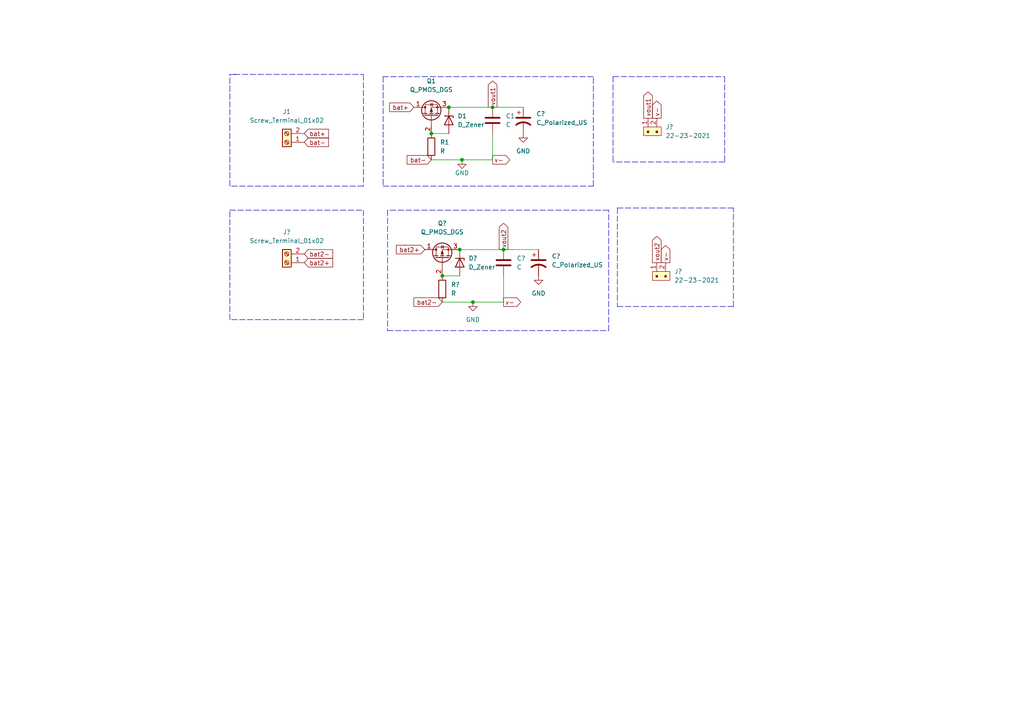
<source format=kicad_sch>
(kicad_sch (version 20211123) (generator eeschema)
  (paper "A4")
  (lib_symbols
    (symbol "Connector:Screw_Terminal_01x02" (pin_names (offset 1.016) hide)
      (property "Reference" "J" (at 0 2.54 0))
      (property "Value" "Screw_Terminal_01x02" (at 0 -5.08 0))
      (symbol "Screw_Terminal_01x02_1_1"
        (rectangle (start -1.27 1.27) (end 1.27 -3.81) (stroke (width 0.254)) (fill (type background)))
        (circle (center 0 -2.54) (radius 0.635) (stroke (width 0.1524)))
        (polyline (pts (xy -0.5334 -2.2098) (xy 0.3302 -3.048)) (stroke (width 0.1524)))
        (polyline (pts (xy -0.5334 0.3302) (xy 0.3302 -0.508)) (stroke (width 0.1524)))
        (polyline (pts (xy -0.3556 -2.032) (xy 0.508 -2.8702)) (stroke (width 0.1524)))
        (polyline (pts (xy -0.3556 0.508) (xy 0.508 -0.3302)) (stroke (width 0.1524)))
        (circle (center 0 0) (radius 0.635) (stroke (width 0.1524)))
        (pin passive line (at -5.08 0 0) (length 3.81) (name "Pin_1") (number "1"))
        (pin passive line (at -5.08 -2.54 0) (length 3.81) (name "Pin_2") (number "2"))
      )
    )
    (symbol "Device:C" (pin_numbers hide) (pin_names (offset 0.254))
      (property "Reference" "C" (at 0.635 2.54 0))
      (property "Value" "C" (at 0.635 -2.54 0))
      (symbol "C_0_1"
        (polyline (pts (xy -2.032 -0.762) (xy 2.032 -0.762)) (stroke (width 0.508)))
        (polyline (pts (xy -2.032 0.762) (xy 2.032 0.762)) (stroke (width 0.508)))
      )
      (symbol "C_1_1"
        (pin passive line (at 0 3.81 270) (length 2.794) (name "~") (number "1"))
        (pin passive line (at 0 -3.81 90) (length 2.794) (name "~") (number "2"))
      )
    )
    (symbol "Device:C_Polarized_US" (pin_numbers hide) (pin_names (offset 0.254) hide)
      (property "Reference" "C" (at 0.635 2.54 0))
      (property "Value" "C_Polarized_US" (at 0.635 -2.54 0))
      (symbol "C_Polarized_US_0_1"
        (polyline (pts (xy -2.032 0.762) (xy 2.032 0.762)) (stroke (width 0.508)))
        (polyline (pts (xy -1.778 2.286) (xy -0.762 2.286)))
        (polyline (pts (xy -1.27 1.778) (xy -1.27 2.794)))
        (arc (start 2.032 -1.27) (mid 0 -0.5572) (end -2.032 -1.27) (stroke (width 0.508)))
      )
      (symbol "C_Polarized_US_1_1"
        (pin passive line (at 0 3.81 270) (length 2.794) (name "~") (number "1"))
        (pin passive line (at 0 -3.81 90) (length 3.302) (name "~") (number "2"))
      )
    )
    (symbol "Device:D_Zener" (pin_numbers hide) (pin_names (offset 1.016) hide)
      (property "Reference" "D" (at 0 2.54 0))
      (property "Value" "D_Zener" (at 0 -2.54 0))
      (symbol "D_Zener_0_1"
        (polyline (pts (xy 1.27 0) (xy -1.27 0)))
        (polyline (pts (xy -1.27 -1.27) (xy -1.27 1.27) (xy -0.762 1.27)) (stroke (width 0.254)))
        (polyline (pts (xy 1.27 -1.27) (xy 1.27 1.27) (xy -1.27 0) (xy 1.27 -1.27)) (stroke (width 0.254)))
      )
      (symbol "D_Zener_1_1"
        (pin passive line (at -3.81 0 0) (length 2.54) (name "K") (number "1"))
        (pin passive line (at 3.81 0 180) (length 2.54) (name "A") (number "2"))
      )
    )
    (symbol "Device:Q_PMOS_DGS" (pin_names (offset 0) hide)
      (property "Reference" "Q" (at 5.08 1.27 0))
      (property "Value" "Q_PMOS_DGS" (at 5.08 -1.27 0))
      (symbol "Q_PMOS_DGS_0_1"
        (polyline (pts (xy 0.254 0) (xy -2.54 0)))
        (polyline (pts (xy 0.254 1.905) (xy 0.254 -1.905)) (stroke (width 0.254)))
        (polyline (pts (xy 0.762 -1.27) (xy 0.762 -2.286)) (stroke (width 0.254)))
        (polyline (pts (xy 0.762 0.508) (xy 0.762 -0.508)) (stroke (width 0.254)))
        (polyline (pts (xy 0.762 2.286) (xy 0.762 1.27)) (stroke (width 0.254)))
        (polyline (pts (xy 2.54 2.54) (xy 2.54 1.778)))
        (polyline (pts (xy 2.54 -2.54) (xy 2.54 0) (xy 0.762 0)))
        (polyline (pts (xy 0.762 1.778) (xy 3.302 1.778) (xy 3.302 -1.778) (xy 0.762 -1.778)))
        (polyline (pts (xy 2.286 0) (xy 1.27 0.381) (xy 1.27 -0.381) (xy 2.286 0)) (fill (type outline)))
        (polyline (pts (xy 2.794 -0.508) (xy 2.921 -0.381) (xy 3.683 -0.381) (xy 3.81 -0.254)))
        (polyline (pts (xy 3.302 -0.381) (xy 2.921 0.254) (xy 3.683 0.254) (xy 3.302 -0.381)))
        (circle (center 1.651 0) (radius 2.794) (stroke (width 0.254)))
        (circle (center 2.54 -1.778) (radius 0.254) (fill (type outline)))
        (circle (center 2.54 1.778) (radius 0.254) (fill (type outline)))
      )
      (symbol "Q_PMOS_DGS_1_1"
        (pin passive line (at 2.54 5.08 270) (length 2.54) (name "D") (number "1"))
        (pin input line (at -5.08 0 0) (length 2.54) (name "G") (number "2"))
        (pin passive line (at 2.54 -5.08 90) (length 2.54) (name "S") (number "3"))
      )
    )
    (symbol "Device:R" (pin_numbers hide) (pin_names (offset 0))
      (property "Reference" "R" (at 2.032 0 90))
      (property "Value" "R" (at 0 0 90))
      (symbol "R_0_1"
        (rectangle (start -1.016 -2.54) (end 1.016 2.54) (stroke (width 0.254)))
      )
      (symbol "R_1_1"
        (pin passive line (at 0 3.81 270) (length 1.27) (name "~") (number "1"))
        (pin passive line (at 0 -3.81 90) (length 1.27) (name "~") (number "2"))
      )
    )
    (symbol "dk_Rectangular-Connectors-Headers-Male-Pins:22-23-2021" (pin_names (offset 1.016))
      (property "Reference" "J" (at -2.54 1.27 0))
      (property "Value" "22-23-2021" (at 1.27 -3.81 0))
      (symbol "22-23-2021_1_1"
        (rectangle (start -1.27 0) (end 3.81 -2.54) (fill (type background)))
        (rectangle (start -0.254 -1.143) (end 0.254 -1.651) (fill (type outline)))
        (rectangle (start 2.286 -1.143) (end 2.794 -1.651) (fill (type outline)))
        (pin passive line (at 0 2.54 270) (length 2.54) (name "~") (number "1"))
        (pin passive line (at 2.54 2.54 270) (length 2.54) (name "~") (number "2"))
      )
    )
    (symbol "power:GND" (power) (pin_names (offset 0))
      (property "Value" "GND" (at 0 -3.81 0))
      (symbol "GND_0_1"
        (polyline (pts (xy 0 0) (xy 0 -1.27) (xy 1.27 -1.27) (xy 0 -2.54) (xy -1.27 -1.27) (xy 0 -1.27)))
      )
      (symbol "GND_1_1"
        (pin power_in line (at 0 0 270) (length 0) hide (name "GND") (number "1"))
      )
    )
  )
  (junction (at 137.16 87.63))
  (junction (at 146.05 72.39))
  (junction (at 142.875 31.115))
  (junction (at 133.35 72.39))
  (junction (at 125.095 38.735))
  (junction (at 130.175 31.115))
  (junction (at 128.27 80.01))
  (junction (at 133.985 46.355))
  (wire (pts (xy 142.875 31.115) (xy 151.765 31.115)))
  (wire (pts (xy 128.27 80.01) (xy 133.35 80.01)))
  (polyline (pts (xy 105.41 60.96) (xy 105.41 92.71)))
  (polyline (pts (xy 111.125 22.225) (xy 111.125 53.975)))
  (polyline (pts (xy 176.53 60.96) (xy 112.395 60.96)))
  (polyline (pts (xy 212.725 88.9) (xy 212.725 60.325)))
  (polyline (pts (xy 179.07 88.9) (xy 212.725 88.9)))
  (wire (pts (xy 146.05 87.63) (xy 146.05 80.01)))
  (polyline (pts (xy 66.675 60.96) (xy 105.41 60.96)))
  (polyline (pts (xy 210.185 46.99) (xy 177.8 46.99)))
  (polyline (pts (xy 172.085 53.975) (xy 172.085 22.225)))
  (wire (pts (xy 128.27 87.63) (xy 137.16 87.63)))
  (wire (pts (xy 133.985 46.355) (xy 142.875 46.355)))
  (polyline (pts (xy 105.41 53.975) (xy 66.675 53.975)))
  (polyline (pts (xy 66.675 21.59) (xy 68.58 21.59)))
  (polyline (pts (xy 179.07 60.325) (xy 179.07 88.9)))
  (polyline (pts (xy 66.675 92.71) (xy 66.675 60.96)))
  (polyline (pts (xy 105.41 21.59) (xy 105.41 53.975)))
  (polyline (pts (xy 210.185 22.225) (xy 210.185 46.99)))
  (wire (pts (xy 142.875 46.355) (xy 142.875 38.735)))
  (polyline (pts (xy 112.395 60.96) (xy 112.395 95.885)))
  (polyline (pts (xy 105.41 92.71) (xy 66.675 92.71)))
  (wire (pts (xy 133.35 72.39) (xy 146.05 72.39)))
  (polyline (pts (xy 179.07 60.325) (xy 212.725 60.325)))
  (wire (pts (xy 125.095 38.735) (xy 130.175 38.735)))
  (wire (pts (xy 146.05 72.39) (xy 156.21 72.39)))
  (wire (pts (xy 137.16 87.63) (xy 146.05 87.63)))
  (polyline (pts (xy 177.8 22.225) (xy 177.8 46.99)))
  (polyline (pts (xy 176.53 95.885) (xy 176.53 60.96)))
  (polyline (pts (xy 111.125 53.975) (xy 172.085 53.975)))
  (polyline (pts (xy 112.395 95.885) (xy 176.53 95.885)))
  (polyline (pts (xy 67.945 21.59) (xy 105.41 21.59)))
  (wire (pts (xy 125.095 46.355) (xy 133.985 46.355)))
  (polyline (pts (xy 177.8 22.225) (xy 210.185 22.225)))
  (wire (pts (xy 130.175 31.115) (xy 142.875 31.115)))
  (polyline (pts (xy 172.085 22.225) (xy 111.125 22.225)))
  (polyline (pts (xy 66.675 53.975) (xy 66.675 21.59)))
  (global_label "v-" (shape output) (at 190.5 34.29 90) (property "Intersheet References" "${INTERSHEET_REFS}" (effects hide)))
  (global_label "bat2-" (shape input) (at 128.27 87.63 180) (property "Intersheet References" "${INTERSHEET_REFS}" (effects hide)))
  (global_label "v-" (shape output) (at 193.04 76.2 90) (property "Intersheet References" "${INTERSHEET_REFS}" (effects hide)))
  (global_label "bat2-" (shape input) (at 88.265 73.66 0) (property "Intersheet References" "${INTERSHEET_REFS}" (effects hide)))
  (global_label "bat2+" (shape input) (at 123.19 72.39 180) (property "Intersheet References" "${INTERSHEET_REFS}" (effects hide)))
  (global_label "v-" (shape output) (at 146.05 87.63 0) (property "Intersheet References" "${INTERSHEET_REFS}" (effects hide)))
  (global_label "bat+" (shape input) (at 88.265 38.735 0) (property "Intersheet References" "${INTERSHEET_REFS}" (effects hide)))
  (global_label "vout2" (shape output) (at 190.5 76.2 90) (property "Intersheet References" "${INTERSHEET_REFS}" (effects hide)))
  (global_label "vout1" (shape output) (at 187.96 34.29 90) (property "Intersheet References" "${INTERSHEET_REFS}" (effects hide)))
  (global_label "bat+" (shape input) (at 120.015 31.115 180) (property "Intersheet References" "${INTERSHEET_REFS}" (effects hide)))
  (global_label "bat-" (shape input) (at 88.265 41.275 0) (property "Intersheet References" "${INTERSHEET_REFS}" (effects hide)))
  (global_label "vout1" (shape output) (at 142.875 31.115 90) (property "Intersheet References" "${INTERSHEET_REFS}" (effects hide)))
  (global_label "bat2+" (shape input) (at 88.265 76.2 0) (property "Intersheet References" "${INTERSHEET_REFS}" (effects hide)))
  (global_label "v-" (shape output) (at 142.875 46.355 0) (property "Intersheet References" "${INTERSHEET_REFS}" (effects hide)))
  (global_label "bat-" (shape input) (at 125.095 46.355 180) (property "Intersheet References" "${INTERSHEET_REFS}" (effects hide)))
  (global_label "vout2" (shape output) (at 146.05 72.39 90) (property "Intersheet References" "${INTERSHEET_REFS}" (effects hide)))
  (symbol (lib_id "power:GND") (at 133.985 46.355 0) (unit 1)
    (property "Reference" "#PWR?" (effects hide))
    (property "Value" "GND" (at 133.985 50.165 0))
  )
  (symbol (lib_id "Device:Q_PMOS_DGS") (at 125.095 33.655 90) (unit 1)
    (property "Reference" "Q1" (at 125.095 23.495 90))
    (property "Value" "Q_PMOS_DGS" (at 125.095 26.035 90))
  )
  (symbol (lib_id "Device:C_Polarized_US") (at 151.765 34.925 0) (unit 1)
    (property "Reference" "C?" (at 155.575 33.0199 0) (effects (justify left)))
    (property "Value" "C_Polarized_US" (at 155.575 35.5599 0) (effects (justify left)))
  )
  (symbol (lib_id "dk_Rectangular-Connectors-Headers-Male-Pins:22-23-2021") (at 187.96 36.83 0) (unit 1)
    (property "Reference" "J?" (at 193.04 36.8299 0) (effects (justify left)))
    (property "Value" "22-23-2021" (at 193.04 39.3699 0) (effects (justify left)))
    (property "Footprint" "digikey-footprints:PinHeader_1x2_P2.54mm_Drill1.02mm" (effects hide))
    (property "Datasheet" "https://media.digikey.com/pdf/Data%20Sheets/Molex%20PDFs/A-6373-N_Series_Dwg_2010-12-03.pdf" (effects hide))
    (property "Digi-Key_PN" "WM4200-ND" (effects hide))
    (property "MPN" "22-23-2021" (effects hide))
    (property "Category" "Connectors, Interconnects" (effects hide))
    (property "Family" "Rectangular Connectors - Headers, Male Pins" (effects hide))
    (property "DK_Datasheet_Link" "https://media.digikey.com/pdf/Data%20Sheets/Molex%20PDFs/A-6373-N_Series_Dwg_2010-12-03.pdf" (effects hide))
    (property "DK_Detail_Page" "/product-detail/en/molex/22-23-2021/WM4200-ND/26667" (effects hide))
    (property "Description" "CONN HEADER VERT 2POS 2.54MM" (effects hide))
    (property "Manufacturer" "Molex" (effects hide))
    (property "Status" "Active" (effects hide))
  )
  (symbol (lib_id "Connector:Screw_Terminal_01x02") (at 83.185 76.2 180) (unit 1)
    (property "Reference" "J?" (at 83.185 67.31 0))
    (property "Value" "Screw_Terminal_01x02" (at 83.185 69.85 0))
  )
  (symbol (lib_id "power:GND") (at 151.765 38.735 0) (unit 1)
    (property "Reference" "#PWR?" (effects hide))
    (property "Value" "GND" (at 151.765 43.815 0))
  )
  (symbol (lib_id "Device:D_Zener") (at 130.175 34.925 270) (unit 1)
    (property "Reference" "D1" (at 132.715 33.6549 90) (effects (justify left)))
    (property "Value" "D_Zener" (at 132.715 36.1949 90) (effects (justify left)))
  )
  (symbol (lib_id "Device:C_Polarized_US") (at 156.21 76.2 0) (unit 1)
    (property "Reference" "C?" (at 160.02 74.2949 0) (effects (justify left)))
    (property "Value" "C_Polarized_US" (at 160.02 76.8349 0) (effects (justify left)))
  )
  (symbol (lib_id "Device:Q_PMOS_DGS") (at 128.27 74.93 90) (unit 1)
    (property "Reference" "Q?" (at 128.27 64.77 90))
    (property "Value" "Q_PMOS_DGS" (at 128.27 67.31 90))
  )
  (symbol (lib_id "Connector:Screw_Terminal_01x02") (at 83.185 41.275 180) (unit 1)
    (property "Reference" "J1" (at 83.185 32.385 0))
    (property "Value" "Screw_Terminal_01x02" (at 83.185 34.925 0))
  )
  (symbol (lib_id "power:GND") (at 137.16 87.63 0) (unit 1)
    (property "Reference" "#PWR?" (effects hide))
    (property "Value" "GND" (at 137.16 92.71 0))
  )
  (symbol (lib_id "dk_Rectangular-Connectors-Headers-Male-Pins:22-23-2021") (at 190.5 78.74 0) (unit 1)
    (property "Reference" "J?" (at 195.58 78.7399 0) (effects (justify left)))
    (property "Value" "22-23-2021" (at 195.58 81.2799 0) (effects (justify left)))
    (property "Footprint" "digikey-footprints:PinHeader_1x2_P2.54mm_Drill1.02mm" (effects hide))
    (property "Datasheet" "https://media.digikey.com/pdf/Data%20Sheets/Molex%20PDFs/A-6373-N_Series_Dwg_2010-12-03.pdf" (effects hide))
    (property "Digi-Key_PN" "WM4200-ND" (effects hide))
    (property "MPN" "22-23-2021" (effects hide))
    (property "Category" "Connectors, Interconnects" (effects hide))
    (property "Family" "Rectangular Connectors - Headers, Male Pins" (effects hide))
    (property "DK_Datasheet_Link" "https://media.digikey.com/pdf/Data%20Sheets/Molex%20PDFs/A-6373-N_Series_Dwg_2010-12-03.pdf" (effects hide))
    (property "DK_Detail_Page" "/product-detail/en/molex/22-23-2021/WM4200-ND/26667" (effects hide))
    (property "Description" "CONN HEADER VERT 2POS 2.54MM" (effects hide))
    (property "Manufacturer" "Molex" (effects hide))
    (property "Status" "Active" (effects hide))
  )
  (symbol (lib_id "Device:C") (at 142.875 34.925 0) (unit 1)
    (property "Reference" "C1" (at 146.685 33.6549 0) (effects (justify left)))
    (property "Value" "C" (at 146.685 36.1949 0) (effects (justify left)))
  )
  (symbol (lib_id "power:GND") (at 156.21 80.01 0) (unit 1)
    (property "Reference" "#PWR?" (effects hide))
    (property "Value" "GND" (at 156.21 85.09 0))
  )
  (symbol (lib_id "Device:D_Zener") (at 133.35 76.2 270) (unit 1)
    (property "Reference" "D?" (at 135.89 74.9299 90) (effects (justify left)))
    (property "Value" "D_Zener" (at 135.89 77.4699 90) (effects (justify left)))
  )
  (symbol (lib_id "Device:C") (at 146.05 76.2 0) (unit 1)
    (property "Reference" "C?" (at 149.86 74.9299 0) (effects (justify left)))
    (property "Value" "C" (at 149.86 77.4699 0) (effects (justify left)))
  )
  (symbol (lib_id "Device:R") (at 128.27 83.82 0) (unit 1)
    (property "Reference" "R?" (at 130.81 82.5499 0) (effects (justify left)))
    (property "Value" "R" (at 130.81 85.0899 0) (effects (justify left)))
  )
  (symbol (lib_id "Device:R") (at 125.095 42.545 0) (unit 1)
    (property "Reference" "R1" (at 127.635 41.2749 0) (effects (justify left)))
    (property "Value" "R" (at 127.635 43.8149 0) (effects (justify left)))
  )
)
</source>
